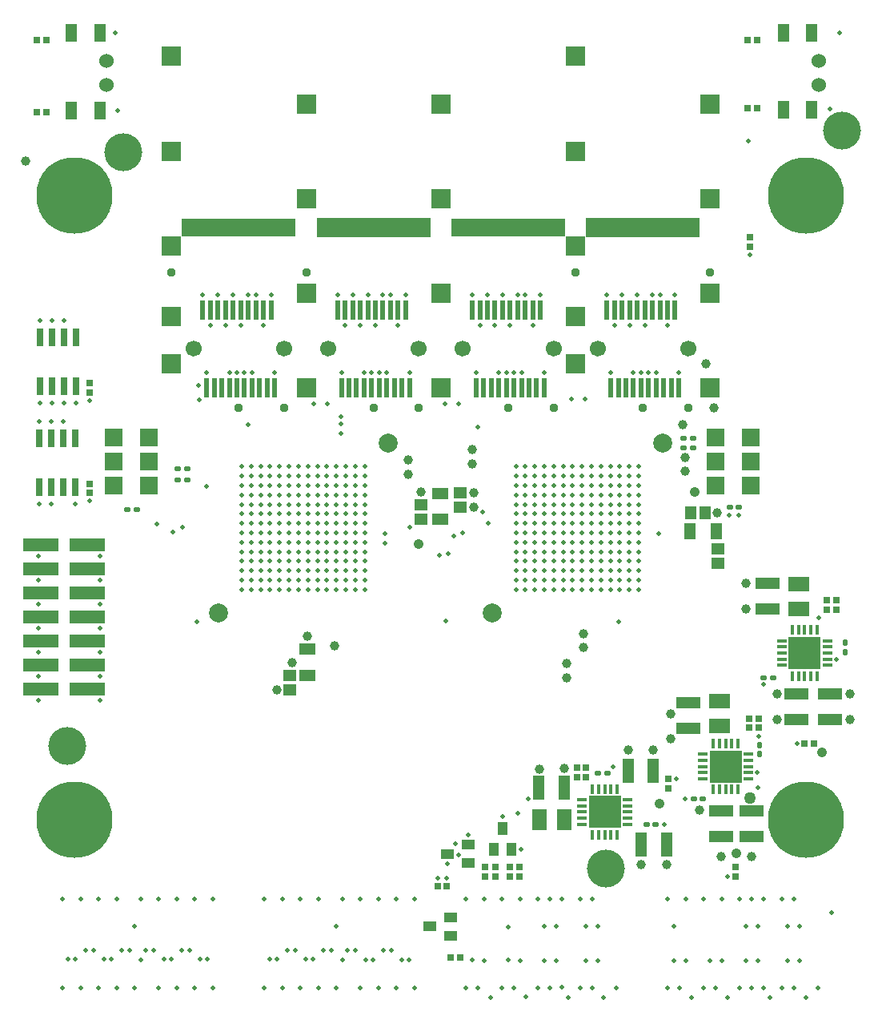
<source format=gts>
%FSLAX25Y25*%
%MOIN*%
G70*
G01*
G75*
G04 Layer_Color=8388736*
%ADD10R,0.06693X0.04528*%
%ADD11R,0.07087X0.07087*%
G04:AMPARAMS|DCode=12|XSize=19.69mil|YSize=23.62mil|CornerRadius=4.92mil|HoleSize=0mil|Usage=FLASHONLY|Rotation=90.000|XOffset=0mil|YOffset=0mil|HoleType=Round|Shape=RoundedRectangle|*
%AMROUNDEDRECTD12*
21,1,0.01969,0.01378,0,0,90.0*
21,1,0.00984,0.02362,0,0,90.0*
1,1,0.00984,0.00689,0.00492*
1,1,0.00984,0.00689,-0.00492*
1,1,0.00984,-0.00689,-0.00492*
1,1,0.00984,-0.00689,0.00492*
%
%ADD12ROUNDEDRECTD12*%
%ADD13R,0.04528X0.06693*%
%ADD14C,0.07874*%
%ADD15R,0.02362X0.02362*%
%ADD16R,0.08661X0.05709*%
%ADD17C,0.03937*%
%ADD18C,0.01772*%
%ADD19R,0.47441X0.07874*%
%ADD20R,0.02362X0.02362*%
%ADD21R,0.02362X0.07087*%
G04:AMPARAMS|DCode=22|XSize=19.69mil|YSize=23.62mil|CornerRadius=4.92mil|HoleSize=0mil|Usage=FLASHONLY|Rotation=180.000|XOffset=0mil|YOffset=0mil|HoleType=Round|Shape=RoundedRectangle|*
%AMROUNDEDRECTD22*
21,1,0.01969,0.01378,0,0,180.0*
21,1,0.00984,0.02362,0,0,180.0*
1,1,0.00984,-0.00492,0.00689*
1,1,0.00984,0.00492,0.00689*
1,1,0.00984,0.00492,-0.00689*
1,1,0.00984,-0.00492,-0.00689*
%
%ADD22ROUNDEDRECTD22*%
%ADD23R,0.03740X0.01378*%
%ADD24R,0.01378X0.03740*%
%ADD25R,0.12992X0.12992*%
%ADD26R,0.04528X0.07087*%
%ADD27R,0.01969X0.07874*%
%ADD28R,0.14488X0.05000*%
%ADD29R,0.05512X0.03937*%
%ADD30R,0.03937X0.05512*%
%ADD31R,0.05709X0.08661*%
%ADD32R,0.12992X0.12992*%
%ADD33R,0.04331X0.10236*%
%ADD34R,0.10236X0.04331*%
%ADD35R,0.05512X0.04331*%
%ADD36R,0.04331X0.05512*%
%ADD37C,0.00500*%
%ADD38C,0.01000*%
%ADD39C,0.00800*%
%ADD40C,0.01969*%
%ADD41C,0.01500*%
%ADD42C,0.01200*%
%ADD43C,0.00600*%
%ADD44C,0.02000*%
%ADD45C,0.03740*%
%ADD46R,0.07874X0.07874*%
%ADD47C,0.31496*%
%ADD48C,0.06496*%
%ADD49C,0.05800*%
%ADD50C,0.01940*%
%ADD51C,0.05000*%
%ADD52C,0.02598*%
%ADD53C,0.04000*%
%ADD54C,0.05740*%
%ADD55C,0.06134*%
%ADD56C,0.17000*%
%ADD57C,0.06600*%
%ADD58C,0.08102*%
%ADD59C,0.08000*%
%ADD60C,0.03969*%
%ADD61C,0.03000*%
%ADD62C,0.04800*%
%ADD63C,0.00394*%
%ADD64C,0.00400*%
%ADD65C,0.03299*%
%ADD66C,0.05000*%
%ADD67R,0.01600X0.08500*%
%ADD68R,0.71000X0.02000*%
%ADD69C,0.00984*%
%ADD70C,0.02362*%
%ADD71C,0.00787*%
%ADD72R,0.09095X0.09095*%
%ADD73R,0.09095X0.09095*%
%ADD74R,0.06893X0.04728*%
%ADD75R,0.07287X0.07287*%
G04:AMPARAMS|DCode=76|XSize=21.69mil|YSize=25.62mil|CornerRadius=5.42mil|HoleSize=0mil|Usage=FLASHONLY|Rotation=90.000|XOffset=0mil|YOffset=0mil|HoleType=Round|Shape=RoundedRectangle|*
%AMROUNDEDRECTD76*
21,1,0.02169,0.01478,0,0,90.0*
21,1,0.01084,0.02562,0,0,90.0*
1,1,0.01084,0.00739,0.00542*
1,1,0.01084,0.00739,-0.00542*
1,1,0.01084,-0.00739,-0.00542*
1,1,0.01084,-0.00739,0.00542*
%
%ADD76ROUNDEDRECTD76*%
%ADD77R,0.04728X0.06893*%
%ADD78C,0.15748*%
%ADD79R,0.02562X0.02562*%
%ADD80R,0.08861X0.05909*%
%ADD81C,0.07874*%
%ADD82C,0.01972*%
%ADD83R,0.47241X0.07674*%
%ADD84R,0.02562X0.02562*%
%ADD85R,0.02562X0.07287*%
G04:AMPARAMS|DCode=86|XSize=21.69mil|YSize=25.62mil|CornerRadius=5.42mil|HoleSize=0mil|Usage=FLASHONLY|Rotation=180.000|XOffset=0mil|YOffset=0mil|HoleType=Round|Shape=RoundedRectangle|*
%AMROUNDEDRECTD86*
21,1,0.02169,0.01478,0,0,180.0*
21,1,0.01084,0.02562,0,0,180.0*
1,1,0.01084,-0.00542,0.00739*
1,1,0.01084,0.00542,0.00739*
1,1,0.01084,0.00542,-0.00739*
1,1,0.01084,-0.00542,-0.00739*
%
%ADD86ROUNDEDRECTD86*%
%ADD87R,0.03940X0.01578*%
%ADD88R,0.01578X0.03940*%
%ADD89R,0.13192X0.13192*%
%ADD90R,0.04728X0.07287*%
%ADD91R,0.02169X0.08074*%
%ADD92R,0.14688X0.05200*%
%ADD93R,0.05712X0.04137*%
%ADD94R,0.04137X0.05712*%
%ADD95R,0.05909X0.08861*%
%ADD96R,0.13192X0.13192*%
%ADD97R,0.04531X0.10436*%
%ADD98R,0.10436X0.04531*%
%ADD99R,0.05712X0.04531*%
%ADD100R,0.04531X0.05712*%
%ADD101C,0.31696*%
%ADD102C,0.00200*%
%ADD103C,0.06696*%
%ADD104C,0.06000*%
%ADD105C,0.04137*%
D17*
X4519Y361417D02*
D03*
X287795Y277165D02*
D03*
X292446Y215200D02*
D03*
X291253Y258782D02*
D03*
X278286Y251720D02*
D03*
X279175Y238148D02*
D03*
Y232242D02*
D03*
X229889Y146347D02*
D03*
Y152253D02*
D03*
X236676Y158996D02*
D03*
X236716Y164862D02*
D03*
X169300Y223824D02*
D03*
X190972Y217447D02*
D03*
Y223353D02*
D03*
X190414Y241399D02*
D03*
Y235494D02*
D03*
X163871Y231194D02*
D03*
Y237099D02*
D03*
X133267Y159555D02*
D03*
X121791Y163758D02*
D03*
X109055Y141339D02*
D03*
X115354Y152756D02*
D03*
X304528Y185630D02*
D03*
Y175000D02*
D03*
X317323Y139567D02*
D03*
X347638D02*
D03*
Y128937D02*
D03*
X317323D02*
D03*
X306693Y72047D02*
D03*
X294094D02*
D03*
X285039Y91339D02*
D03*
X271457Y68701D02*
D03*
X260827D02*
D03*
X273000Y131500D02*
D03*
X273076Y121176D02*
D03*
X265945Y116339D02*
D03*
X255315D02*
D03*
X228740Y108661D02*
D03*
X218307Y108465D02*
D03*
D19*
X261602Y333622D02*
D03*
X149397D02*
D03*
D45*
X261563Y258819D02*
D03*
X280460D02*
D03*
X224358D02*
D03*
X205460D02*
D03*
X168255D02*
D03*
X149358D02*
D03*
X93256D02*
D03*
X112153D02*
D03*
X65224Y315118D02*
D03*
X121326D02*
D03*
X233531D02*
D03*
X289633Y315118D02*
D03*
D46*
X65224Y404882D02*
D03*
Y365512D02*
D03*
X65224Y326142D02*
D03*
Y296614D02*
D03*
X65224Y276929D02*
D03*
X233531Y404882D02*
D03*
Y365512D02*
D03*
X233531Y326142D02*
D03*
Y296614D02*
D03*
X233531Y276929D02*
D03*
X121326Y385197D02*
D03*
X289633Y267087D02*
D03*
X289633Y306457D02*
D03*
X289633Y345827D02*
D03*
Y385197D02*
D03*
X177429Y267087D02*
D03*
Y306457D02*
D03*
Y345827D02*
D03*
Y385197D02*
D03*
X121326Y345827D02*
D03*
X121326Y306457D02*
D03*
X121326Y267087D02*
D03*
D50*
X334429Y17429D02*
D03*
X69685Y209055D02*
D03*
X79921Y225984D02*
D03*
X41732Y414567D02*
D03*
X97244Y251575D02*
D03*
X59055Y210236D02*
D03*
X65748Y207087D02*
D03*
X182677Y205512D02*
D03*
X42913Y382283D02*
D03*
X164567Y209055D02*
D03*
X192913Y250787D02*
D03*
X135827Y255118D02*
D03*
Y248031D02*
D03*
Y251969D02*
D03*
X194882Y215354D02*
D03*
X176772Y197244D02*
D03*
X180315Y198031D02*
D03*
X339370Y383071D02*
D03*
X343307Y414567D02*
D03*
X252901Y305571D02*
D03*
X305315Y369685D02*
D03*
X97193Y305571D02*
D03*
X94043Y293169D02*
D03*
X90893Y305571D02*
D03*
X265500D02*
D03*
X262350Y293169D02*
D03*
X259200Y305571D02*
D03*
X209397D02*
D03*
X206248Y293169D02*
D03*
X203098Y305571D02*
D03*
X153295D02*
D03*
X150145Y293169D02*
D03*
X146996Y305571D02*
D03*
X197200Y210598D02*
D03*
X186614Y206693D02*
D03*
X268246Y206472D02*
D03*
X76630Y267909D02*
D03*
X76772Y262134D02*
D03*
X124343Y260252D02*
D03*
X130118Y260394D02*
D03*
X179067Y260252D02*
D03*
X184842Y260394D02*
D03*
X231693Y262362D02*
D03*
X237468Y262504D02*
D03*
X306299Y322505D02*
D03*
X154300Y206400D02*
D03*
Y202463D02*
D03*
X87744Y293169D02*
D03*
X84594Y305571D02*
D03*
X81445Y293169D02*
D03*
X78295Y305571D02*
D03*
X100342D02*
D03*
X103492Y293169D02*
D03*
X106641Y305571D02*
D03*
X248177Y273287D02*
D03*
X257626D02*
D03*
X260775D02*
D03*
X263925D02*
D03*
X267074D02*
D03*
X276523D02*
D03*
X79870D02*
D03*
X89319D02*
D03*
X92468D02*
D03*
X95618D02*
D03*
X98767D02*
D03*
X108216D02*
D03*
X274948Y305571D02*
D03*
X271799Y293169D02*
D03*
X268649Y305571D02*
D03*
X246602D02*
D03*
X249752Y293169D02*
D03*
X256051D02*
D03*
X162744Y305571D02*
D03*
X159594Y293169D02*
D03*
X156445Y305571D02*
D03*
X134397D02*
D03*
X137547Y293169D02*
D03*
X140697Y305571D02*
D03*
X143846Y293169D02*
D03*
X199948D02*
D03*
X196799Y305571D02*
D03*
X193649Y293169D02*
D03*
X190500Y305571D02*
D03*
X212547D02*
D03*
X215697Y293169D02*
D03*
X218846Y305571D02*
D03*
X220421Y273287D02*
D03*
X210972D02*
D03*
X207822D02*
D03*
X204673D02*
D03*
X201523D02*
D03*
X192074D02*
D03*
X164319D02*
D03*
X154870D02*
D03*
X151720D02*
D03*
X148571D02*
D03*
X145421D02*
D03*
X135972D02*
D03*
X180206Y69096D02*
D03*
X203150Y88709D02*
D03*
X188868Y80939D02*
D03*
X210941Y75197D02*
D03*
X179921Y62894D02*
D03*
X175984D02*
D03*
X205429Y42829D02*
D03*
X275590Y104331D02*
D03*
X31102Y220098D02*
D03*
Y261831D02*
D03*
X10610Y260846D02*
D03*
X15610D02*
D03*
X20610D02*
D03*
X25610D02*
D03*
X10610Y295059D02*
D03*
X15610D02*
D03*
X20610D02*
D03*
X20216Y252933D02*
D03*
X15216D02*
D03*
X10216D02*
D03*
X25216Y218721D02*
D03*
X15216D02*
D03*
X10216D02*
D03*
X35433Y196968D02*
D03*
Y186969D02*
D03*
Y176969D02*
D03*
Y166969D02*
D03*
Y156968D02*
D03*
Y146968D02*
D03*
Y136969D02*
D03*
X9843D02*
D03*
Y146968D02*
D03*
Y156968D02*
D03*
Y166969D02*
D03*
Y176969D02*
D03*
Y186969D02*
D03*
Y196968D02*
D03*
X297441Y213976D02*
D03*
X301575D02*
D03*
X325689Y118898D02*
D03*
X296949Y63779D02*
D03*
X311811Y143602D02*
D03*
X342174Y154144D02*
D03*
X334646Y171260D02*
D03*
X309300Y106900D02*
D03*
X309400Y100600D02*
D03*
X309900Y122200D02*
D03*
X329429Y13529D02*
D03*
X314429D02*
D03*
X296900Y13500D02*
D03*
X281929Y13529D02*
D03*
X245300Y13500D02*
D03*
X230500D02*
D03*
X212929Y13571D02*
D03*
X198000Y13500D02*
D03*
X118929Y54471D02*
D03*
X19929Y17471D02*
D03*
X27429Y17429D02*
D03*
X34929Y17529D02*
D03*
X42429Y17429D02*
D03*
X49929D02*
D03*
X59929Y17471D02*
D03*
X67429D02*
D03*
X74929Y17429D02*
D03*
X82429D02*
D03*
Y54471D02*
D03*
X42429Y54429D02*
D03*
X34929D02*
D03*
X27429D02*
D03*
X19900Y54500D02*
D03*
X25249Y29300D02*
D03*
X22109D02*
D03*
X29609Y33000D02*
D03*
X40249Y29300D02*
D03*
X37109D02*
D03*
X80249D02*
D03*
X77109D02*
D03*
X72749Y33000D02*
D03*
X69609D02*
D03*
X65249Y29300D02*
D03*
X57749Y33100D02*
D03*
X54609D02*
D03*
X106109Y29300D02*
D03*
X109249D02*
D03*
X113609Y33000D02*
D03*
X116749D02*
D03*
X121109Y29300D02*
D03*
X124249D02*
D03*
X128609Y33000D02*
D03*
X131749D02*
D03*
X32749D02*
D03*
X44609Y33100D02*
D03*
X47749D02*
D03*
X161109Y29200D02*
D03*
X164249D02*
D03*
X138609Y32900D02*
D03*
X141749D02*
D03*
X146109Y29200D02*
D03*
X149249D02*
D03*
X153609Y33000D02*
D03*
X156749D02*
D03*
X103929Y54429D02*
D03*
X111429Y54471D02*
D03*
X126429Y54429D02*
D03*
X136429Y54471D02*
D03*
X143929D02*
D03*
X158929D02*
D03*
X166429Y54429D02*
D03*
X103929Y17471D02*
D03*
X111429Y17429D02*
D03*
X118929D02*
D03*
X126429D02*
D03*
X133929Y17471D02*
D03*
X143929Y17429D02*
D03*
X151429D02*
D03*
X158929Y17471D02*
D03*
X166429Y17429D02*
D03*
X187929Y54471D02*
D03*
X195429D02*
D03*
X202929D02*
D03*
X210429D02*
D03*
X217929D02*
D03*
X227929D02*
D03*
X235429D02*
D03*
X187929Y17429D02*
D03*
X202929Y17471D02*
D03*
X217929Y17429D02*
D03*
X225429Y42929D02*
D03*
X237929D02*
D03*
X190429Y28929D02*
D03*
X205429D02*
D03*
X136429D02*
D03*
X133929Y43029D02*
D03*
X220429Y42929D02*
D03*
X222929Y54471D02*
D03*
X240429D02*
D03*
X242929Y42929D02*
D03*
X52429Y28971D02*
D03*
X49929Y42900D02*
D03*
X192929Y17429D02*
D03*
X195429Y28871D02*
D03*
X207929Y17429D02*
D03*
X210429Y28871D02*
D03*
X220429Y28829D02*
D03*
X222929Y17429D02*
D03*
X225429Y28871D02*
D03*
X227929Y17571D02*
D03*
X235429Y17471D02*
D03*
X237929Y28871D02*
D03*
X240429Y17429D02*
D03*
X242929Y28829D02*
D03*
X250429Y17471D02*
D03*
X271929Y54471D02*
D03*
X274429Y42929D02*
D03*
X279429Y54429D02*
D03*
X286929D02*
D03*
X294429D02*
D03*
X301929Y54471D02*
D03*
X304429Y42929D02*
D03*
X306929Y54471D02*
D03*
X309429Y42929D02*
D03*
X311929Y54471D02*
D03*
X319429D02*
D03*
X321929Y42929D02*
D03*
X324429Y54471D02*
D03*
X326929Y42929D02*
D03*
X271929Y17429D02*
D03*
X274429Y28871D02*
D03*
X276929Y17429D02*
D03*
X279429Y28871D02*
D03*
X286929Y17429D02*
D03*
X289429Y28871D02*
D03*
X291929Y17529D02*
D03*
X294429Y28871D02*
D03*
X301929Y17471D02*
D03*
X304429Y28871D02*
D03*
X306929Y17429D02*
D03*
X309429Y28871D02*
D03*
X311929Y17429D02*
D03*
X319429Y17471D02*
D03*
X321929Y28871D02*
D03*
X324429Y17429D02*
D03*
X326929Y28871D02*
D03*
X151429Y54471D02*
D03*
X74929Y54429D02*
D03*
X67429D02*
D03*
X59929Y54471D02*
D03*
X52429Y54371D02*
D03*
X62109Y29300D02*
D03*
X249213Y109449D02*
D03*
X270472Y85433D02*
D03*
X279134Y96063D02*
D03*
X340250Y48650D02*
D03*
X75800Y169800D02*
D03*
X179500Y169900D02*
D03*
X251400Y169800D02*
D03*
X184900Y72800D02*
D03*
X183600Y77500D02*
D03*
X209400Y90100D02*
D03*
X213700Y95900D02*
D03*
D51*
X306299Y96457D02*
D03*
D74*
X121800Y158313D02*
D03*
Y147487D02*
D03*
X177200Y212387D02*
D03*
Y223213D02*
D03*
D75*
X306594Y226220D02*
D03*
Y236221D02*
D03*
Y246220D02*
D03*
X291831D02*
D03*
Y236221D02*
D03*
Y226220D02*
D03*
X41043Y246220D02*
D03*
Y236221D02*
D03*
Y226220D02*
D03*
X55807D02*
D03*
Y236221D02*
D03*
Y246220D02*
D03*
D76*
X278532Y241900D02*
D03*
X282469D02*
D03*
X278532Y246000D02*
D03*
X282469D02*
D03*
X71668Y233500D02*
D03*
X67731D02*
D03*
X71668Y228800D02*
D03*
X67731D02*
D03*
X297638Y217323D02*
D03*
X301575D02*
D03*
X50787Y216535D02*
D03*
X46850D02*
D03*
X315748Y146457D02*
D03*
X311811D02*
D03*
X242913Y106693D02*
D03*
X246850D02*
D03*
X262992Y85433D02*
D03*
X266929D02*
D03*
X286614Y96063D02*
D03*
X282677D02*
D03*
D77*
X281187Y207500D02*
D03*
X292013D02*
D03*
D78*
X21654Y118110D02*
D03*
X246063Y66929D02*
D03*
X344488Y374016D02*
D03*
X45276Y364961D02*
D03*
D79*
X306300Y325832D02*
D03*
Y329768D02*
D03*
X206299Y67716D02*
D03*
Y63779D02*
D03*
X210236Y67716D02*
D03*
Y63779D02*
D03*
X195669Y67716D02*
D03*
Y63779D02*
D03*
X200000Y67716D02*
D03*
Y63779D02*
D03*
X31102Y227165D02*
D03*
Y223228D02*
D03*
Y268898D02*
D03*
Y264961D02*
D03*
X300000Y63779D02*
D03*
Y67716D02*
D03*
X272047Y104331D02*
D03*
Y100394D02*
D03*
X237795Y105118D02*
D03*
Y109055D02*
D03*
X234252Y109055D02*
D03*
Y105118D02*
D03*
D80*
X326575Y185433D02*
D03*
Y175197D02*
D03*
X293307Y136614D02*
D03*
Y126378D02*
D03*
D81*
X198819Y173228D02*
D03*
X269685Y244094D02*
D03*
X84646Y173228D02*
D03*
X155512Y244094D02*
D03*
D82*
X208661Y183071D02*
D03*
Y187008D02*
D03*
Y190945D02*
D03*
Y194882D02*
D03*
Y198819D02*
D03*
Y202756D02*
D03*
Y206693D02*
D03*
Y210630D02*
D03*
Y214567D02*
D03*
Y218504D02*
D03*
Y222441D02*
D03*
Y226378D02*
D03*
Y230315D02*
D03*
Y234252D02*
D03*
X212598Y183071D02*
D03*
Y187008D02*
D03*
Y190945D02*
D03*
Y194882D02*
D03*
Y198819D02*
D03*
Y202756D02*
D03*
Y206693D02*
D03*
Y210630D02*
D03*
Y214567D02*
D03*
Y218504D02*
D03*
Y222441D02*
D03*
Y226378D02*
D03*
Y230315D02*
D03*
Y234252D02*
D03*
X216535Y183071D02*
D03*
Y187008D02*
D03*
Y190945D02*
D03*
Y194882D02*
D03*
Y198819D02*
D03*
Y202756D02*
D03*
Y206693D02*
D03*
Y210630D02*
D03*
Y214567D02*
D03*
Y218504D02*
D03*
Y222441D02*
D03*
Y226378D02*
D03*
Y230315D02*
D03*
Y234252D02*
D03*
X220472Y183071D02*
D03*
Y187008D02*
D03*
Y190945D02*
D03*
Y194882D02*
D03*
Y198819D02*
D03*
Y202756D02*
D03*
Y206693D02*
D03*
Y210630D02*
D03*
Y214567D02*
D03*
Y218504D02*
D03*
Y222441D02*
D03*
Y226378D02*
D03*
Y230315D02*
D03*
Y234252D02*
D03*
X224410Y183071D02*
D03*
Y187008D02*
D03*
Y190945D02*
D03*
Y194882D02*
D03*
Y198819D02*
D03*
Y202756D02*
D03*
Y206693D02*
D03*
Y210630D02*
D03*
Y214567D02*
D03*
Y218504D02*
D03*
Y222441D02*
D03*
Y226378D02*
D03*
Y230315D02*
D03*
Y234252D02*
D03*
X228346Y183071D02*
D03*
Y187008D02*
D03*
Y190945D02*
D03*
Y194882D02*
D03*
Y198819D02*
D03*
Y202756D02*
D03*
Y206693D02*
D03*
Y210630D02*
D03*
Y214567D02*
D03*
Y218504D02*
D03*
Y222441D02*
D03*
Y226378D02*
D03*
Y230315D02*
D03*
Y234252D02*
D03*
X232283Y183071D02*
D03*
Y187008D02*
D03*
Y190945D02*
D03*
Y194882D02*
D03*
Y198819D02*
D03*
Y202756D02*
D03*
Y206693D02*
D03*
Y210630D02*
D03*
Y214567D02*
D03*
Y218504D02*
D03*
Y222441D02*
D03*
Y226378D02*
D03*
Y230315D02*
D03*
Y234252D02*
D03*
X236221Y183071D02*
D03*
Y187008D02*
D03*
Y190945D02*
D03*
Y194882D02*
D03*
Y198819D02*
D03*
Y202756D02*
D03*
Y206693D02*
D03*
Y210630D02*
D03*
Y214567D02*
D03*
Y218504D02*
D03*
Y222441D02*
D03*
Y226378D02*
D03*
Y230315D02*
D03*
Y234252D02*
D03*
X240158Y183071D02*
D03*
Y187008D02*
D03*
Y190945D02*
D03*
Y194882D02*
D03*
Y198819D02*
D03*
Y202756D02*
D03*
Y206693D02*
D03*
Y210630D02*
D03*
Y214567D02*
D03*
Y218504D02*
D03*
Y222441D02*
D03*
Y226378D02*
D03*
Y230315D02*
D03*
Y234252D02*
D03*
X244094Y183071D02*
D03*
Y187008D02*
D03*
Y190945D02*
D03*
Y194882D02*
D03*
Y198819D02*
D03*
Y202756D02*
D03*
Y206693D02*
D03*
Y210630D02*
D03*
Y214567D02*
D03*
Y218504D02*
D03*
Y222441D02*
D03*
Y226378D02*
D03*
Y230315D02*
D03*
Y234252D02*
D03*
X248031Y183071D02*
D03*
Y187008D02*
D03*
Y190945D02*
D03*
Y194882D02*
D03*
Y198819D02*
D03*
Y202756D02*
D03*
Y206693D02*
D03*
Y210630D02*
D03*
Y214567D02*
D03*
Y218504D02*
D03*
Y222441D02*
D03*
Y226378D02*
D03*
Y230315D02*
D03*
Y234252D02*
D03*
X251969Y183071D02*
D03*
Y187008D02*
D03*
Y190945D02*
D03*
Y194882D02*
D03*
Y198819D02*
D03*
Y202756D02*
D03*
Y206693D02*
D03*
Y210630D02*
D03*
Y214567D02*
D03*
Y218504D02*
D03*
Y222441D02*
D03*
Y226378D02*
D03*
Y230315D02*
D03*
Y234252D02*
D03*
X255906Y183071D02*
D03*
Y187008D02*
D03*
Y190945D02*
D03*
Y194882D02*
D03*
Y198819D02*
D03*
Y202756D02*
D03*
Y206693D02*
D03*
Y210630D02*
D03*
Y214567D02*
D03*
Y218504D02*
D03*
Y222441D02*
D03*
Y226378D02*
D03*
Y230315D02*
D03*
Y234252D02*
D03*
X259842Y183071D02*
D03*
Y187008D02*
D03*
Y190945D02*
D03*
Y194882D02*
D03*
Y198819D02*
D03*
Y202756D02*
D03*
Y206693D02*
D03*
Y210630D02*
D03*
Y214567D02*
D03*
Y218504D02*
D03*
Y222441D02*
D03*
Y226378D02*
D03*
Y230315D02*
D03*
Y234252D02*
D03*
X94488Y183071D02*
D03*
Y187008D02*
D03*
Y190945D02*
D03*
Y194882D02*
D03*
Y198819D02*
D03*
Y202756D02*
D03*
Y206693D02*
D03*
Y210630D02*
D03*
Y214567D02*
D03*
Y218504D02*
D03*
Y222441D02*
D03*
Y226378D02*
D03*
Y230315D02*
D03*
Y234252D02*
D03*
X98425Y183071D02*
D03*
Y187008D02*
D03*
Y190945D02*
D03*
Y194882D02*
D03*
Y198819D02*
D03*
Y202756D02*
D03*
Y206693D02*
D03*
Y210630D02*
D03*
Y214567D02*
D03*
Y218504D02*
D03*
Y222441D02*
D03*
Y226378D02*
D03*
Y230315D02*
D03*
Y234252D02*
D03*
X102362Y183071D02*
D03*
Y187008D02*
D03*
Y190945D02*
D03*
Y194882D02*
D03*
Y198819D02*
D03*
Y202756D02*
D03*
Y206693D02*
D03*
Y210630D02*
D03*
Y214567D02*
D03*
Y218504D02*
D03*
Y222441D02*
D03*
Y226378D02*
D03*
Y230315D02*
D03*
Y234252D02*
D03*
X106299Y183071D02*
D03*
Y187008D02*
D03*
Y190945D02*
D03*
Y194882D02*
D03*
Y198819D02*
D03*
Y202756D02*
D03*
Y206693D02*
D03*
Y210630D02*
D03*
Y214567D02*
D03*
Y218504D02*
D03*
Y222441D02*
D03*
Y226378D02*
D03*
Y230315D02*
D03*
Y234252D02*
D03*
X110236Y183071D02*
D03*
Y187008D02*
D03*
Y190945D02*
D03*
Y194882D02*
D03*
Y198819D02*
D03*
Y202756D02*
D03*
Y206693D02*
D03*
Y210630D02*
D03*
Y214567D02*
D03*
Y218504D02*
D03*
Y222441D02*
D03*
Y226378D02*
D03*
Y230315D02*
D03*
Y234252D02*
D03*
X114173Y183071D02*
D03*
Y187008D02*
D03*
Y190945D02*
D03*
Y194882D02*
D03*
Y198819D02*
D03*
Y202756D02*
D03*
Y206693D02*
D03*
Y210630D02*
D03*
Y214567D02*
D03*
Y218504D02*
D03*
Y222441D02*
D03*
Y226378D02*
D03*
Y230315D02*
D03*
Y234252D02*
D03*
X118110Y183071D02*
D03*
Y187008D02*
D03*
Y190945D02*
D03*
Y194882D02*
D03*
Y198819D02*
D03*
Y202756D02*
D03*
Y206693D02*
D03*
Y210630D02*
D03*
Y214567D02*
D03*
Y218504D02*
D03*
Y222441D02*
D03*
Y226378D02*
D03*
Y230315D02*
D03*
Y234252D02*
D03*
X122047Y183071D02*
D03*
Y187008D02*
D03*
Y190945D02*
D03*
Y194882D02*
D03*
Y198819D02*
D03*
Y202756D02*
D03*
Y206693D02*
D03*
Y210630D02*
D03*
Y214567D02*
D03*
Y218504D02*
D03*
Y222441D02*
D03*
Y226378D02*
D03*
Y230315D02*
D03*
Y234252D02*
D03*
X125984Y183071D02*
D03*
Y187008D02*
D03*
Y190945D02*
D03*
Y194882D02*
D03*
Y198819D02*
D03*
Y202756D02*
D03*
Y206693D02*
D03*
Y210630D02*
D03*
Y214567D02*
D03*
Y218504D02*
D03*
Y222441D02*
D03*
Y226378D02*
D03*
Y230315D02*
D03*
Y234252D02*
D03*
X129921Y183071D02*
D03*
Y187008D02*
D03*
Y190945D02*
D03*
Y194882D02*
D03*
Y198819D02*
D03*
Y202756D02*
D03*
Y206693D02*
D03*
Y210630D02*
D03*
Y214567D02*
D03*
Y218504D02*
D03*
Y222441D02*
D03*
Y226378D02*
D03*
Y230315D02*
D03*
Y234252D02*
D03*
X133858Y183071D02*
D03*
Y187008D02*
D03*
Y190945D02*
D03*
Y194882D02*
D03*
Y198819D02*
D03*
Y202756D02*
D03*
Y206693D02*
D03*
Y210630D02*
D03*
Y214567D02*
D03*
Y218504D02*
D03*
Y222441D02*
D03*
Y226378D02*
D03*
Y230315D02*
D03*
Y234252D02*
D03*
X137795Y183071D02*
D03*
Y187008D02*
D03*
Y190945D02*
D03*
Y194882D02*
D03*
Y198819D02*
D03*
Y202756D02*
D03*
Y206693D02*
D03*
Y210630D02*
D03*
Y214567D02*
D03*
Y218504D02*
D03*
Y222441D02*
D03*
Y226378D02*
D03*
Y230315D02*
D03*
Y234252D02*
D03*
X141732Y183071D02*
D03*
Y187008D02*
D03*
Y190945D02*
D03*
Y194882D02*
D03*
Y198819D02*
D03*
Y202756D02*
D03*
Y206693D02*
D03*
Y210630D02*
D03*
Y214567D02*
D03*
Y218504D02*
D03*
Y222441D02*
D03*
Y226378D02*
D03*
Y230315D02*
D03*
Y234252D02*
D03*
X145669Y183071D02*
D03*
Y187008D02*
D03*
Y190945D02*
D03*
Y194882D02*
D03*
Y198819D02*
D03*
Y202756D02*
D03*
Y206693D02*
D03*
Y210630D02*
D03*
Y214567D02*
D03*
Y218504D02*
D03*
Y222441D02*
D03*
Y226378D02*
D03*
Y230315D02*
D03*
Y234252D02*
D03*
D83*
X205500Y333622D02*
D03*
X93275D02*
D03*
D84*
X181496Y29921D02*
D03*
X185433D02*
D03*
X179921Y59842D02*
D03*
X175984D02*
D03*
X328740Y118898D02*
D03*
X332677D02*
D03*
X338189Y178740D02*
D03*
X342126D02*
D03*
X342126Y174803D02*
D03*
X338189D02*
D03*
X309842Y129528D02*
D03*
X305906D02*
D03*
X305906Y125591D02*
D03*
X309842D02*
D03*
X12992Y381653D02*
D03*
X9055D02*
D03*
X12992Y411575D02*
D03*
X9055D02*
D03*
X309055D02*
D03*
X305118D02*
D03*
X309055Y383228D02*
D03*
X305118D02*
D03*
D85*
X10610Y267717D02*
D03*
X15610D02*
D03*
X20610D02*
D03*
X25610D02*
D03*
X10610Y288189D02*
D03*
X15610D02*
D03*
X20610D02*
D03*
X25610D02*
D03*
X10216Y225590D02*
D03*
X15216D02*
D03*
X20216D02*
D03*
X25216D02*
D03*
X10216Y246063D02*
D03*
X15216D02*
D03*
X20216D02*
D03*
X25216D02*
D03*
D86*
X345669Y161024D02*
D03*
Y157087D02*
D03*
X310236Y114567D02*
D03*
Y118504D02*
D03*
D87*
X319390Y161811D02*
D03*
Y159252D02*
D03*
Y156693D02*
D03*
Y154134D02*
D03*
Y151575D02*
D03*
X338484D02*
D03*
Y154134D02*
D03*
Y156693D02*
D03*
Y159252D02*
D03*
Y161811D02*
D03*
X255217Y85433D02*
D03*
Y87992D02*
D03*
Y90551D02*
D03*
Y93110D02*
D03*
Y95669D02*
D03*
X236122D02*
D03*
Y93110D02*
D03*
Y90551D02*
D03*
Y87992D02*
D03*
Y85433D02*
D03*
X286516Y114567D02*
D03*
Y112008D02*
D03*
Y109449D02*
D03*
Y106890D02*
D03*
Y104331D02*
D03*
X305610D02*
D03*
Y106890D02*
D03*
Y109449D02*
D03*
Y112008D02*
D03*
Y114567D02*
D03*
D88*
X323819Y147146D02*
D03*
X326378D02*
D03*
X328937D02*
D03*
X331496D02*
D03*
X334055D02*
D03*
Y166240D02*
D03*
X331496D02*
D03*
X328937D02*
D03*
X326378D02*
D03*
X323819D02*
D03*
X240551Y81004D02*
D03*
X243110D02*
D03*
X245669D02*
D03*
X248228D02*
D03*
X250787D02*
D03*
Y100098D02*
D03*
X248228D02*
D03*
X245669D02*
D03*
X243110D02*
D03*
X240551D02*
D03*
X290945Y99902D02*
D03*
X293504D02*
D03*
X296063D02*
D03*
X298622D02*
D03*
X301181D02*
D03*
Y118996D02*
D03*
X298622D02*
D03*
X296063D02*
D03*
X293504D02*
D03*
X290945D02*
D03*
D89*
X328937Y156693D02*
D03*
X296063Y109449D02*
D03*
D90*
X23622Y382441D02*
D03*
X35433D02*
D03*
X23622Y414724D02*
D03*
X35433D02*
D03*
X320079Y382835D02*
D03*
X331890D02*
D03*
X320079Y414724D02*
D03*
X331890D02*
D03*
D91*
X164319Y267087D02*
D03*
X135972D02*
D03*
X139122D02*
D03*
X142271D02*
D03*
X145421D02*
D03*
X148571D02*
D03*
X151720D02*
D03*
X154870D02*
D03*
X158019D02*
D03*
X161169D02*
D03*
X159594Y299370D02*
D03*
X156445D02*
D03*
X153295D02*
D03*
X150145D02*
D03*
X146996D02*
D03*
X143846D02*
D03*
X140697D02*
D03*
X137547D02*
D03*
X134397D02*
D03*
X162744Y299370D02*
D03*
X108216Y267087D02*
D03*
X79870D02*
D03*
X83019D02*
D03*
X86169D02*
D03*
X89319D02*
D03*
X92468D02*
D03*
X95618D02*
D03*
X98767D02*
D03*
X101917D02*
D03*
X105067D02*
D03*
X103492Y299370D02*
D03*
X100342D02*
D03*
X97193D02*
D03*
X94043D02*
D03*
X90893D02*
D03*
X87744D02*
D03*
X84594D02*
D03*
X81445D02*
D03*
X78295D02*
D03*
X106641Y299370D02*
D03*
X276523Y267087D02*
D03*
X248177D02*
D03*
X251326D02*
D03*
X254476D02*
D03*
X257626D02*
D03*
X260775D02*
D03*
X263925D02*
D03*
X267074D02*
D03*
X270224D02*
D03*
X273374D02*
D03*
X271799Y299370D02*
D03*
X268649D02*
D03*
X265500D02*
D03*
X262350D02*
D03*
X259200D02*
D03*
X256051D02*
D03*
X252901D02*
D03*
X249752D02*
D03*
X246602D02*
D03*
X274948Y299370D02*
D03*
X220421Y267087D02*
D03*
X192074D02*
D03*
X195224D02*
D03*
X198374D02*
D03*
X201523D02*
D03*
X204673D02*
D03*
X207822D02*
D03*
X210972D02*
D03*
X214122D02*
D03*
X217271D02*
D03*
X215697Y299370D02*
D03*
X212547D02*
D03*
X209397D02*
D03*
X206248D02*
D03*
X203098D02*
D03*
X199948D02*
D03*
X196799D02*
D03*
X193649D02*
D03*
X190500D02*
D03*
X218846Y299370D02*
D03*
D92*
X30217Y161653D02*
D03*
Y151654D02*
D03*
Y141654D02*
D03*
Y191654D02*
D03*
Y181653D02*
D03*
Y171653D02*
D03*
Y201654D02*
D03*
X10728D02*
D03*
Y171653D02*
D03*
Y181653D02*
D03*
Y191654D02*
D03*
Y141654D02*
D03*
Y151654D02*
D03*
Y161653D02*
D03*
D93*
X181496Y39173D02*
D03*
Y46654D02*
D03*
X172835Y42913D02*
D03*
X188868Y69407D02*
D03*
Y76887D02*
D03*
X180206Y73147D02*
D03*
D94*
X199409Y75197D02*
D03*
X206890D02*
D03*
X203150Y83858D02*
D03*
D95*
X218504Y87402D02*
D03*
X228740D02*
D03*
D96*
X245669Y90551D02*
D03*
D97*
X271457Y77165D02*
D03*
X260827D02*
D03*
X218285Y100600D02*
D03*
X228915D02*
D03*
X265945Y107874D02*
D03*
X255315D02*
D03*
D98*
X325590Y128937D02*
D03*
Y139567D02*
D03*
X339370Y128937D02*
D03*
Y139567D02*
D03*
X313583Y185630D02*
D03*
Y175000D02*
D03*
X294094Y80512D02*
D03*
Y91142D02*
D03*
X280315Y136024D02*
D03*
Y125394D02*
D03*
X306693Y80512D02*
D03*
Y91142D02*
D03*
D99*
X114500Y147253D02*
D03*
Y141347D02*
D03*
X185500Y223353D02*
D03*
Y217447D02*
D03*
X169300Y212447D02*
D03*
Y218353D02*
D03*
X292700Y200053D02*
D03*
Y194147D02*
D03*
D100*
X281447Y215200D02*
D03*
X287353D02*
D03*
D101*
X24829Y347150D02*
D03*
X329514D02*
D03*
X24829Y87450D02*
D03*
X329514D02*
D03*
D102*
X343600Y27900D02*
D03*
X10600D02*
D03*
D103*
X130460Y283228D02*
D03*
X168255D02*
D03*
X74358D02*
D03*
X112153D02*
D03*
X242665D02*
D03*
X280460D02*
D03*
X186563D02*
D03*
X224358D02*
D03*
D104*
X38189Y403071D02*
D03*
Y393071D02*
D03*
X334646Y403071D02*
D03*
Y393071D02*
D03*
D105*
X336221Y115354D02*
D03*
X300394Y73228D02*
D03*
X168300Y202100D02*
D03*
X283071Y223622D02*
D03*
X268504Y94095D02*
D03*
M02*

</source>
